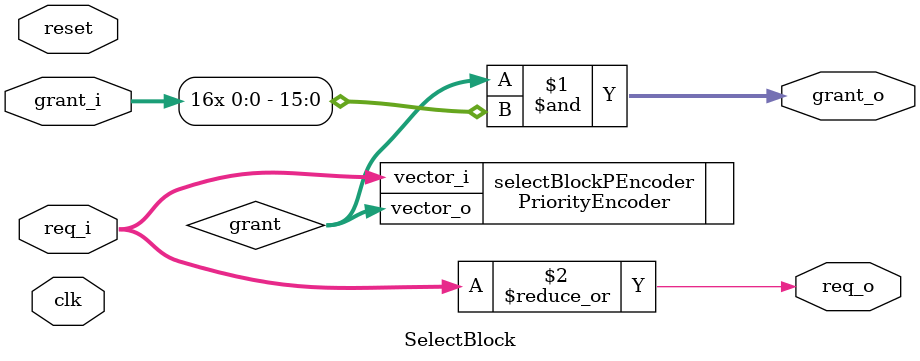
<source format=sv>
/*******************************************************************************
#                        NORTH CAROLINA STATE UNIVERSITY
#
#                              AnyCore Project
# 
# AnyCore written by NCSU authors Rangeen Basu Roy Chowdhury and Eric Rotenberg.
# 
# AnyCore is based on FabScalar which was written by NCSU authors Niket K. 
# Choudhary, Brandon H. Dwiel, and Eric Rotenberg.
# 
# AnyCore also includes contributions by NCSU authors Elliott Forbes, Jayneel 
# Gandhi, Anil Kumar Kannepalli, Sungkwan Ku, Hiran Mayukh, Hashem Hashemi 
# Najaf-abadi, Sandeep Navada, Tanmay Shah, Ashlesha Shastri, Vinesh Srinivasan, 
# and Salil Wadhavkar.
# 
# AnyCore is distributed under the BSD license.
*******************************************************************************/

`timescale 1ns/100ps

module SelectBlock #(
	parameter SIZE_SELECT_BLOCK = 16
	)(
  input                           clk,
  input                           reset,

	input  [SIZE_SELECT_BLOCK-1:0]  req_i,

	/* The grant signal coming in from the next stage of the select tree */
	input                           grant_i,

	output [SIZE_SELECT_BLOCK-1:0]  grant_o,

	/* OR of the request signals, used as req_i for next stage of the select tree */
	output                          req_o
);

/* Wires and registers for combinatinal logic */
wire [SIZE_SELECT_BLOCK-1:0] grant;

/* Gate the current grant output with the grant_i from the next stage of the select tree */
assign grant_o = grant & {SIZE_SELECT_BLOCK{grant_i}};

/* Create the OR gate */
assign req_o = |req_i;

/* Create the priority logic */
PriorityEncoder #(
	.ENCODER_WIDTH     (SIZE_SELECT_BLOCK)
	)
	selectBlockPEncoder(

	.vector_i          (req_i),
	.vector_o          (grant)
);
endmodule

</source>
